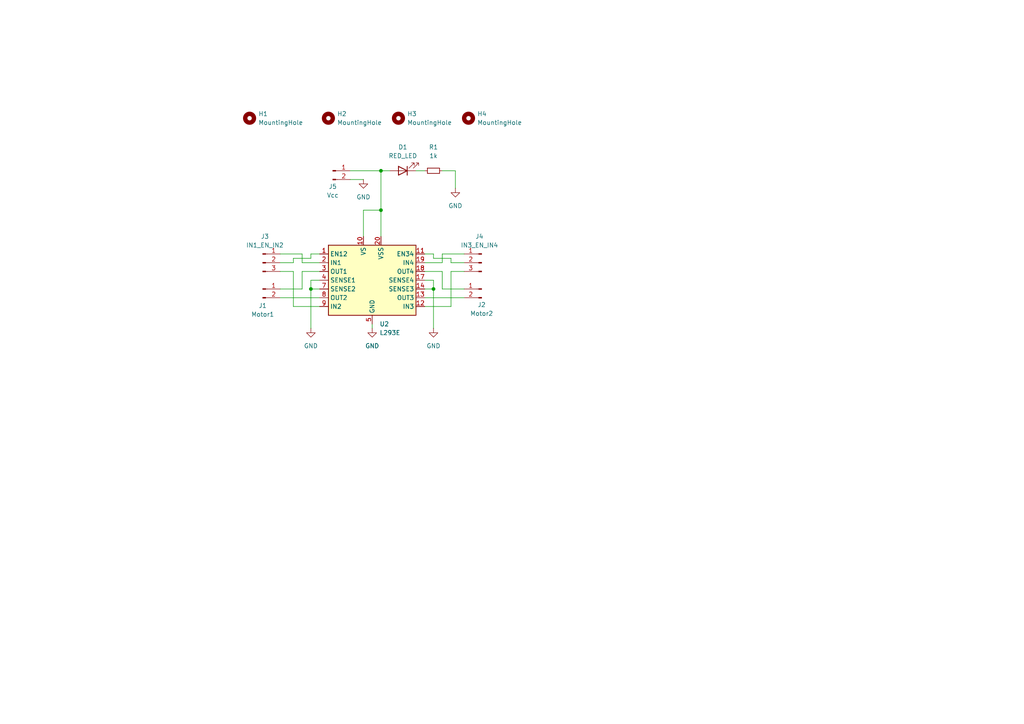
<source format=kicad_sch>
(kicad_sch (version 20250114) (generator "eeschema") (generator_version "9.0")
  (paper "A4")
  (lib_symbols
    (symbol "Connector:Conn_01x02_Pin" (pin_names (offset 1.016) (hide yes))
      (property "Reference" "J" (at 0 2.54 0))
      (property "Value" "Conn_01x02_Pin" (at 0 -5.08 0))
      (symbol "Conn_01x02_Pin_1_1"
        (rectangle (start 0.8636 0.127) (end 0 -0.127) (stroke (width 0.1524)) (fill (type outline)))
        (rectangle (start 0.8636 -2.413) (end 0 -2.667) (stroke (width 0.1524)) (fill (type outline)))
        (polyline (pts (xy 1.27 0) (xy 0.8636 0)) (stroke (width 0.1524)))
        (polyline (pts (xy 1.27 -2.54) (xy 0.8636 -2.54)) (stroke (width 0.1524)))
        (pin passive line (at 5.08 0 180) (length 3.81) (name "Pin_1") (number "1"))
        (pin passive line (at 5.08 -2.54 180) (length 3.81) (name "Pin_2") (number "2"))
      )
    )
    (symbol "Connector:Conn_01x03_Pin" (pin_names (offset 1.016) (hide yes))
      (property "Reference" "J" (at 0 5.08 0))
      (property "Value" "Conn_01x03_Pin" (at 0 -5.08 0))
      (symbol "Conn_01x03_Pin_1_1"
        (rectangle (start 0.8636 2.667) (end 0 2.413) (stroke (width 0.1524)) (fill (type outline)))
        (rectangle (start 0.8636 0.127) (end 0 -0.127) (stroke (width 0.1524)) (fill (type outline)))
        (rectangle (start 0.8636 -2.413) (end 0 -2.667) (stroke (width 0.1524)) (fill (type outline)))
        (polyline (pts (xy 1.27 2.54) (xy 0.8636 2.54)) (stroke (width 0.1524)))
        (polyline (pts (xy 1.27 0) (xy 0.8636 0)) (stroke (width 0.1524)))
        (polyline (pts (xy 1.27 -2.54) (xy 0.8636 -2.54)) (stroke (width 0.1524)))
        (pin passive line (at 5.08 2.54 180) (length 3.81) (name "Pin_1") (number "1"))
        (pin passive line (at 5.08 0 180) (length 3.81) (name "Pin_2") (number "2"))
        (pin passive line (at 5.08 -2.54 180) (length 3.81) (name "Pin_3") (number "3"))
      )
    )
    (symbol "Device:LED" (pin_numbers (hide yes)) (pin_names (offset 1.016) (hide yes))
      (property "Reference" "D" (at 0 2.54 0))
      (property "Value" "LED" (at 0 -2.54 0))
      (symbol "LED_0_1"
        (polyline (pts (xy -3.048 -0.762) (xy -4.572 -2.286) (xy -3.81 -2.286) (xy -4.572 -2.286) (xy -4.572 -1.524)))
        (polyline (pts (xy -1.778 -0.762) (xy -3.302 -2.286) (xy -2.54 -2.286) (xy -3.302 -2.286) (xy -3.302 -1.524)))
        (polyline (pts (xy -1.27 0) (xy 1.27 0)))
        (polyline (pts (xy -1.27 -1.27) (xy -1.27 1.27)) (stroke (width 0.254)))
        (polyline (pts (xy 1.27 -1.27) (xy 1.27 1.27) (xy -1.27 0) (xy 1.27 -1.27)) (stroke (width 0.254)))
      )
      (symbol "LED_1_1"
        (pin passive line (at -3.81 0 0) (length 2.54) (name "K") (number "1"))
        (pin passive line (at 3.81 0 180) (length 2.54) (name "A") (number "2"))
      )
    )
    (symbol "Device:R_Small" (pin_numbers (hide yes)) (pin_names (offset 0.254) (hide yes))
      (property "Reference" "R" (at 0.762 0.508 0))
      (property "Value" "R_Small" (at 0.762 -1.016 0))
      (symbol "R_Small_0_1"
        (rectangle (start -0.762 1.778) (end 0.762 -1.778) (stroke (width 0.2032)))
      )
      (symbol "R_Small_1_1"
        (pin passive line (at 0 2.54 270) (length 0.762) (name "~") (number "1"))
        (pin passive line (at 0 -2.54 90) (length 0.762) (name "~") (number "2"))
      )
    )
    (symbol "Driver_Motor:L293E"
      (property "Reference" "U" (at -11.43 11.43 0))
      (property "Value" "L293E" (at 8.89 11.43 0))
      (symbol "L293E_0_1"
        (rectangle (start -12.7 10.16) (end 12.7 -10.16) (stroke (width 0.254)) (fill (type background)))
      )
      (symbol "L293E_1_1"
        (pin input line (at -15.24 7.62 0) (length 2.54) (name "EN12") (number "1"))
        (pin input line (at -15.24 5.08 0) (length 2.54) (name "IN1") (number "2"))
        (pin output line (at -15.24 2.54 0) (length 2.54) (name "OUT1") (number "3"))
        (pin passive line (at -15.24 0 0) (length 2.54) (name "SENSE1") (number "4"))
        (pin passive line (at -15.24 -2.54 0) (length 2.54) (name "SENSE2") (number "7"))
        (pin output line (at -15.24 -5.08 0) (length 2.54) (name "OUT2") (number "8"))
        (pin input line (at -15.24 -7.62 0) (length 2.54) (name "IN2") (number "9"))
        (pin power_in line (at -2.54 12.7 270) (length 2.54) (name "VS") (number "10"))
        (pin passive line (at 0 -12.7 90) (length 2.54) (hide yes) (name "GND") (number "15"))
        (pin passive line (at 0 -12.7 90) (length 2.54) (hide yes) (name "GND") (number "16"))
        (pin power_in line (at 0 -12.7 90) (length 2.54) (name "GND") (number "5"))
        (pin passive line (at 0 -12.7 90) (length 2.54) (hide yes) (name "GND") (number "6"))
        (pin power_in line (at 2.54 12.7 270) (length 2.54) (name "VSS") (number "20"))
        (pin input line (at 15.24 7.62 180) (length 2.54) (name "EN34") (number "11"))
        (pin input line (at 15.24 5.08 180) (length 2.54) (name "IN4") (number "19"))
        (pin output line (at 15.24 2.54 180) (length 2.54) (name "OUT4") (number "18"))
        (pin passive line (at 15.24 0 180) (length 2.54) (name "SENSE4") (number "17"))
        (pin passive line (at 15.24 -2.54 180) (length 2.54) (name "SENSE3") (number "14"))
        (pin output line (at 15.24 -5.08 180) (length 2.54) (name "OUT3") (number "13"))
        (pin input line (at 15.24 -7.62 180) (length 2.54) (name "IN3") (number "12"))
      )
    )
    (symbol "Mechanical:MountingHole" (pin_names (offset 1.016)) (exclude_from_sim yes) (in_bom no)
      (property "Reference" "H" (at 0 5.08 0))
      (property "Value" "MountingHole" (at 0 3.175 0))
      (symbol "MountingHole_0_1"
        (circle (center 0 0) (radius 1.27) (stroke (width 1.27)))
      )
    )
    (symbol "power:GND" (power) (pin_numbers (hide yes)) (pin_names (offset 0) (hide yes))
      (property "Value" "GND" (at 0 -3.81 0))
      (symbol "GND_0_1"
        (polyline (pts (xy 0 0) (xy 0 -1.27) (xy 1.27 -1.27) (xy 0 -2.54) (xy -1.27 -1.27) (xy 0 -1.27)))
      )
      (symbol "GND_1_1"
        (pin power_in line (at 0 0 270) (length 0) (name "~") (number "1"))
      )
    )
  )
  (junction (at 110.49 60.96))
  (junction (at 125.73 83.82))
  (junction (at 110.49 49.53))
  (junction (at 90.17 83.82))
  (wire (pts (xy 92.71 76.2) (xy 87.63 76.2)))
  (wire (pts (xy 101.6 52.07) (xy 105.41 52.07)))
  (wire (pts (xy 134.62 83.82) (xy 128.27 83.82)))
  (wire (pts (xy 123.19 81.28) (xy 125.73 81.28)))
  (wire (pts (xy 90.17 74.93) (xy 85.09 74.93)))
  (wire (pts (xy 125.73 73.66) (xy 125.73 74.93)))
  (wire (pts (xy 81.28 86.36) (xy 92.71 86.36)))
  (wire (pts (xy 125.73 74.93) (xy 130.81 74.93)))
  (wire (pts (xy 92.71 73.66) (xy 90.17 73.66)))
  (wire (pts (xy 81.28 83.82) (xy 87.63 83.82)))
  (wire (pts (xy 132.08 54.61) (xy 132.08 49.53)))
  (wire (pts (xy 110.49 49.53) (xy 113.03 49.53)))
  (wire (pts (xy 90.17 83.82) (xy 90.17 95.25)))
  (wire (pts (xy 125.73 83.82) (xy 125.73 95.25)))
  (wire (pts (xy 130.81 78.74) (xy 134.62 78.74)))
  (wire (pts (xy 85.09 74.93) (xy 85.09 76.2)))
  (wire (pts (xy 87.63 78.74) (xy 92.71 78.74)))
  (wire (pts (xy 90.17 81.28) (xy 90.17 83.82)))
  (wire (pts (xy 87.63 76.2) (xy 87.63 73.66)))
  (wire (pts (xy 110.49 60.96) (xy 110.49 68.58)))
  (wire (pts (xy 130.81 88.9) (xy 130.81 78.74)))
  (wire (pts (xy 128.27 78.74) (xy 123.19 78.74)))
  (wire (pts (xy 107.95 95.25) (xy 107.95 93.98)))
  (wire (pts (xy 90.17 83.82) (xy 92.71 83.82)))
  (wire (pts (xy 87.63 73.66) (xy 81.28 73.66)))
  (wire (pts (xy 132.08 49.53) (xy 128.27 49.53)))
  (wire (pts (xy 128.27 76.2) (xy 128.27 73.66)))
  (wire (pts (xy 123.19 83.82) (xy 125.73 83.82)))
  (wire (pts (xy 90.17 73.66) (xy 90.17 74.93)))
  (wire (pts (xy 123.19 76.2) (xy 128.27 76.2)))
  (wire (pts (xy 85.09 78.74) (xy 85.09 88.9)))
  (wire (pts (xy 130.81 76.2) (xy 134.62 76.2)))
  (wire (pts (xy 120.65 49.53) (xy 123.19 49.53)))
  (wire (pts (xy 105.41 68.58) (xy 105.41 60.96)))
  (wire (pts (xy 90.17 81.28) (xy 92.71 81.28)))
  (wire (pts (xy 130.81 74.93) (xy 130.81 76.2)))
  (wire (pts (xy 125.73 83.82) (xy 125.73 81.28)))
  (wire (pts (xy 123.19 88.9) (xy 130.81 88.9)))
  (wire (pts (xy 123.19 86.36) (xy 134.62 86.36)))
  (wire (pts (xy 128.27 73.66) (xy 134.62 73.66)))
  (wire (pts (xy 105.41 60.96) (xy 110.49 60.96)))
  (wire (pts (xy 85.09 88.9) (xy 92.71 88.9)))
  (wire (pts (xy 81.28 78.74) (xy 85.09 78.74)))
  (wire (pts (xy 85.09 76.2) (xy 81.28 76.2)))
  (wire (pts (xy 87.63 83.82) (xy 87.63 78.74)))
  (wire (pts (xy 110.49 49.53) (xy 110.49 60.96)))
  (wire (pts (xy 101.6 49.53) (xy 110.49 49.53)))
  (wire (pts (xy 123.19 73.66) (xy 125.73 73.66)))
  (wire (pts (xy 128.27 83.82) (xy 128.27 78.74)))
  (symbol (lib_id "Device:LED") (at 116.84 49.53 180) (unit 1)
    (property "Reference" "D1" (at 116.84 42.672 0))
    (property "Value" "RED_LED" (at 116.84 45.212 0))
    (property "Footprint" "LED_SMD:LED_1206_3216Metric_Pad1.42x1.75mm_HandSolder" (effects (hide yes)))
    (property "Description" "Light emitting diode" (effects (hide yes)))
    (property "Sim.Pins" "1=K 2=A" (effects (hide yes)))
  )
  (symbol (lib_id "power:GND") (at 125.73 95.25 0) (unit 1)
    (property "Reference" "#PWR02" (effects (hide yes)))
    (property "Value" "GND" (at 125.73 100.33 0))
    (property "Description" "Power symbol creates a global label with name \"GND\" , ground" (effects (hide yes)))
  )
  (symbol (lib_id "Mechanical:MountingHole") (at 95.25 34.29 0) (unit 1) (exclude_from_sim yes) (in_bom no)
    (property "Reference" "H2" (at 97.79 33.0199 0) (effects (justify left)))
    (property "Value" "MountingHole" (at 97.79 35.5599 0) (effects (justify left)))
    (property "Footprint" "MountingHole:MountingHole_2.1mm" (effects (hide yes)))
    (property "Description" "Mounting Hole without connection" (effects (hide yes)))
  )
  (symbol (lib_id "power:GND") (at 132.08 54.61 0) (unit 1)
    (property "Reference" "#PWR05" (effects (hide yes)))
    (property "Value" "GND" (at 132.08 59.69 0))
    (property "Description" "Power symbol creates a global label with name \"GND\" , ground" (effects (hide yes)))
  )
  (symbol (lib_id "Mechanical:MountingHole") (at 72.39 34.29 0) (unit 1) (exclude_from_sim yes) (in_bom no)
    (property "Reference" "H1" (at 74.93 33.0199 0) (effects (justify left)))
    (property "Value" "MountingHole" (at 74.93 35.5599 0) (effects (justify left)))
    (property "Footprint" "MountingHole:MountingHole_2.1mm" (effects (hide yes)))
    (property "Description" "Mounting Hole without connection" (effects (hide yes)))
  )
  (symbol (lib_id "Connector:Conn_01x02_Pin") (at 96.52 49.53 0) (unit 1)
    (property "Reference" "J5" (at 96.52 54.102 0))
    (property "Value" "Vcc" (at 96.52 56.642 0))
    (property "Footprint" "Connector_PinHeader_2.54mm:PinHeader_1x02_P2.54mm_Vertical" (effects (hide yes)))
    (property "Description" "Generic connector, single row, 01x02, script generated" (effects (hide yes)))
  )
  (symbol (lib_id "Mechanical:MountingHole") (at 115.57 34.29 0) (unit 1) (exclude_from_sim yes) (in_bom no)
    (property "Reference" "H3" (at 118.11 33.0199 0) (effects (justify left)))
    (property "Value" "MountingHole" (at 118.11 35.5599 0) (effects (justify left)))
    (property "Footprint" "MountingHole:MountingHole_2.1mm" (effects (hide yes)))
    (property "Description" "Mounting Hole without connection" (effects (hide yes)))
  )
  (symbol (lib_id "Connector:Conn_01x02_Pin") (at 76.2 83.82 0) (unit 1)
    (property "Reference" "J1" (at 76.2 88.646 0))
    (property "Value" "Motor1" (at 76.2 91.186 0))
    (property "Footprint" "Connector_PinHeader_2.54mm:PinHeader_1x02_P2.54mm_Vertical" (effects (hide yes)))
    (property "Description" "Generic connector, single row, 01x02, script generated" (effects (hide yes)))
  )
  (symbol (lib_id "power:GND") (at 107.95 95.25 0) (unit 1)
    (property "Reference" "#PWR03" (effects (hide yes)))
    (property "Value" "GND" (at 107.95 100.33 0))
    (property "Description" "Power symbol creates a global label with name \"GND\" , ground" (effects (hide yes)))
  )
  (symbol (lib_id "Device:R_Small") (at 125.73 49.53 90) (unit 1)
    (property "Reference" "R1" (at 125.73 42.672 90))
    (property "Value" "1k" (at 125.73 45.212 90))
    (property "Footprint" "Resistor_SMD:R_1206_3216Metric_Pad1.30x1.75mm_HandSolder" (effects (hide yes)))
    (property "Description" "Resistor, small symbol" (effects (hide yes)))
  )
  (symbol (lib_id "power:GND") (at 90.17 95.25 0) (unit 1)
    (property "Reference" "#PWR01" (effects (hide yes)))
    (property "Value" "GND" (at 90.17 100.33 0))
    (property "Description" "Power symbol creates a global label with name \"GND\" , ground" (effects (hide yes)))
  )
  (symbol (lib_id "Driver_Motor:L293E") (at 107.95 81.28 0) (unit 1)
    (property "Reference" "U2" (at 110.0933 93.98 0) (effects (justify left)))
    (property "Value" "L293E" (at 110.0933 96.52 0) (effects (justify left)))
    (property "Footprint" "Package_DIP:DIP-20_W7.62mm_SMDSocket_SmallPads" (effects (hide yes)))
    (property "Datasheet" "https://www.st.com/resource/en/datasheet/l293e.pdf" (effects (hide yes)))
    (property "Description" "Push-pull four-channel driver, DIP-20" (effects (hide yes)))
  )
  (symbol (lib_id "Connector:Conn_01x03_Pin") (at 139.7 76.2 0) (mirror y) (unit 1)
    (property "Reference" "J4" (at 139.065 68.58 0))
    (property "Value" "IN3_EN_IN4" (at 139.065 71.12 0))
    (property "Footprint" "Connector_PinHeader_2.54mm:PinHeader_1x03_P2.54mm_Vertical" (effects (hide yes)))
    (property "Description" "Generic connector, single row, 01x03, script generated" (effects (hide yes)))
  )
  (symbol (lib_id "power:GND") (at 105.41 52.07 0) (unit 1)
    (property "Reference" "#PWR04" (effects (hide yes)))
    (property "Value" "GND" (at 105.41 57.15 0))
    (property "Description" "Power symbol creates a global label with name \"GND\" , ground" (effects (hide yes)))
  )
  (symbol (lib_id "Connector:Conn_01x03_Pin") (at 76.2 76.2 0) (unit 1)
    (property "Reference" "J3" (at 76.835 68.58 0))
    (property "Value" "IN1_EN_IN2" (at 76.835 71.12 0))
    (property "Footprint" "Connector_PinHeader_2.54mm:PinHeader_1x03_P2.54mm_Vertical" (effects (hide yes)))
    (property "Description" "Generic connector, single row, 01x03, script generated" (effects (hide yes)))
  )
  (symbol (lib_id "Connector:Conn_01x02_Pin") (at 139.7 83.82 0) (mirror y) (unit 1)
    (property "Reference" "J2" (at 139.7 88.392 0))
    (property "Value" "Motor2" (at 139.7 90.932 0))
    (property "Footprint" "Connector_PinHeader_2.54mm:PinHeader_1x02_P2.54mm_Vertical" (effects (hide yes)))
    (property "Description" "Generic connector, single row, 01x02, script generated" (effects (hide yes)))
  )
  (symbol (lib_id "Mechanical:MountingHole") (at 135.89 34.29 0) (unit 1) (exclude_from_sim yes) (in_bom no)
    (property "Reference" "H4" (at 138.43 33.0199 0) (effects (justify left)))
    (property "Value" "MountingHole" (at 138.43 35.5599 0) (effects (justify left)))
    (property "Footprint" "MountingHole:MountingHole_2.1mm" (effects (hide yes)))
    (property "Description" "Mounting Hole without connection" (effects (hide yes)))
  )
)
</source>
